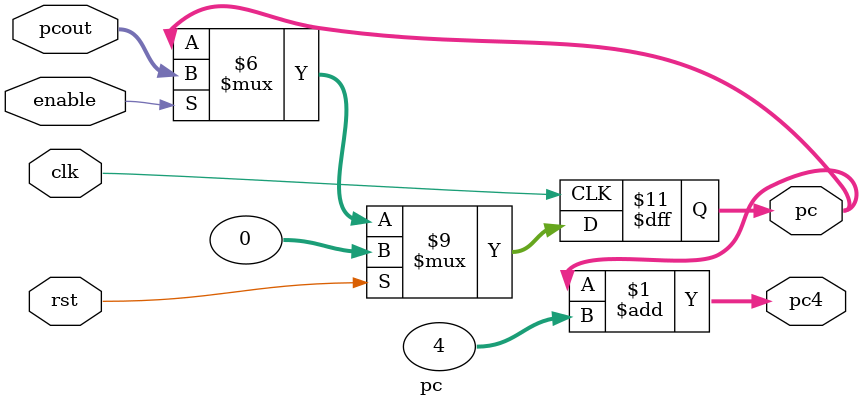
<source format=v>
module pc(
    clk,rst,enable,pcout,pc,pc4
    );
    input clk,rst,enable;
    input [31:0] pcout;
    output reg[31:0] pc;
    output [31:0] pc4;
    assign pc4 = pc + 4;
    initial begin
        pc <= 0;
    end
    always@(posedge clk) begin
        if(rst) begin
            pc <= 0;
        end
        else begin
            if(0==enable)begin
                pc <= pc;
            end
            else begin
                pc <= pcout;
            end
        end
    end
endmodule

</source>
